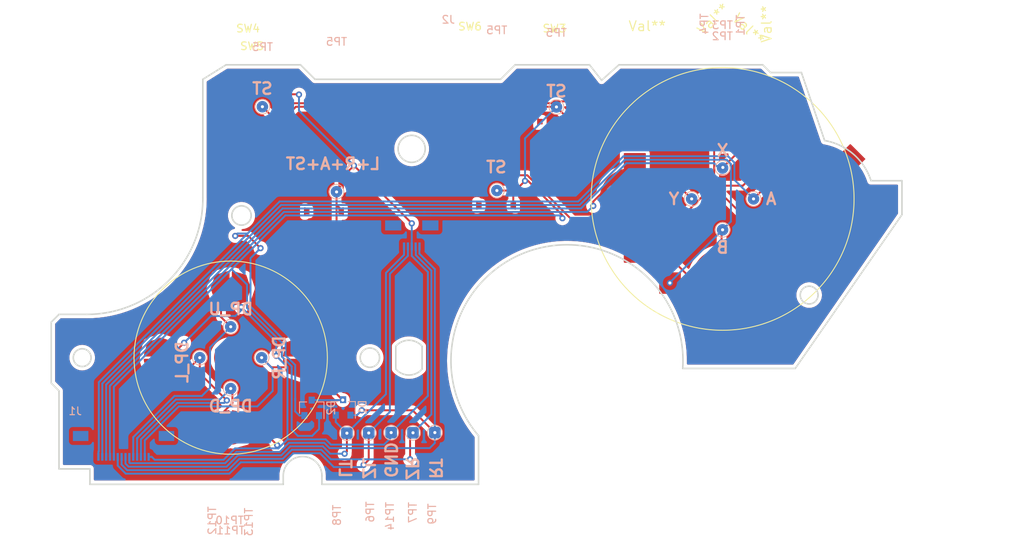
<source format=kicad_pcb>
(kicad_pcb (version 20211014) (generator pcbnew)
  (layers (0 "F.Cu" signal) (31 "B.Cu" signal) (34 "B.Paste" user) (35 "F.Paste" user) (36 "B.SilkS" user "B.Silkscreen") (37 "F.SilkS" user "F.Silkscreen") (38 "B.Mask" user) (39 "F.Mask" user) (44 "Edge.Cuts" user))
  (net 0 "")
  (net 1 "GND")
  (net 2 "BB_BTN_DP_R")
  (net 3 "BB_BTN_DP_L")
  (net 4 "BB_BTN_DP_D")
  (net 5 "BB_BTN_DP_U")
  (net 6 "BB_BTN_RT")
  (net 7 "BB_BTN_LT")
  (net 8 "BB_BTN_ZR")
  (net 9 "BB_BTN_ZL")
  (net 10 "BB_BTN_ST")
  (net 11 "BB_BTN_Y")
  (net 12 "BB_BTN_X")
  (net 13 "BB_BTN_B")
  (net 14 "BB_BTN_A")
  (net 15 "Net-(D1-Pad3)")
  (footprint "procon_gcc:procon_abxy" (layer "F.Cu") (at 166.00932 44.6659)
    (fp_text reference "SW1" hide)
    (fp_text value "procon_abxy" hide)
  )
  (footprint "procon_gcc:procon_dpad" (layer "F.Cu") (at 102.40518 65.21196)
    (fp_text reference "SW2" hide)
    (fp_text value "procon_dpad" hide)
  )
  (footprint "procon_gcc:TL3315NFxxxQ" (layer "F.Cu") (at 142.38486 31.16072)
    (fp_text reference "SW3")
    (fp_text value " TL3315NF100Q")
  )
  (footprint "procon_gcc:TL3315NFxxxQ" (layer "F.Cu") (at 112.234 42.804)
    (fp_text reference "SW4")
    (fp_text value " TL3315NF100Q")
  )
  (footprint "procon_gcc:TL3315NFxxxQ" (layer "F.Cu") (at 104.504 31.124)
    (fp_text reference "SW5")
    (fp_text value " TL3315NF100Q")
  )
  (footprint "procon_gcc:ABXY_Contact_Omron_Switch" (layer "F.Cu") (at 166.054 55.074 -90)
    (fp_text reference "Ref**" hide)
    (fp_text value "Val**")
  )
  (footprint "procon_gcc:ABXY_Contact_Omron_Switch" (layer "F.Cu") (at 166.054 34.304 45)
    (fp_text reference "Ref**" hide)
    (fp_text value "Val**")
  )
  (footprint "procon_gcc:ABXY_Contact_Omron_Switch" (layer "F.Cu") (at 154.134 44.684)
    (fp_text reference "Ref**" hide)
    (fp_text value "Val**")
  )
  (footprint "procon_gcc:TL3315NFxxxQ" (layer "F.Cu") (at 134.494 41.994)
    (fp_text reference "SW6")
    (fp_text value " TL3315NF100Q")
  )
  (footprint "procon_gcc:ABXY_Contact_Omron_Switch" (layer "F.Cu") (at 178.024 44.694 135)
    (fp_text reference "Ref**" hide)
    (fp_text value "Val**")
  )
  (footprint "TestPoint:TestPoint_Pad_D1.5mm" (layer "B.Cu") (at 162.00932 44.6659 90)
    (fp_text reference "TP4")
    (fp_text value "TestPoint")
  )
  (footprint "TestPoint:TestPoint_Pad_D1.5mm" (layer "B.Cu") (at 123.153 74.91)
    (fp_text reference "TP14")
    (fp_text value "TestPoint")
  )
  (footprint "TestPoint:TestPoint_Pad_D1.5mm" (layer "B.Cu") (at 117.428 74.985)
    (fp_text reference "TP8")
    (fp_text value "TestPoint")
  )
  (footprint "TestPoint:TestPoint_Pad_D1.5mm" (layer "B.Cu") (at 120.253 74.96)
    (fp_text reference "TP6")
    (fp_text value "TestPoint")
  )
  (footprint "TestPoint:TestPoint_Pad_D1.5mm" (layer "B.Cu") (at 125.978 74.935)
    (fp_text reference "TP7")
    (fp_text value "TestPoint")
  )
  (footprint "TestPoint:TestPoint_Pad_D1.5mm" (layer "B.Cu") (at 128.803 74.91)
    (fp_text reference "TP9")
    (fp_text value "TestPoint")
  )
  (footprint "TestPoint:TestPoint_Pad_D1.5mm" (layer "B.Cu") (at 166.00932 40.6659)
    (fp_text reference "TP3")
    (fp_text value "TestPoint")
  )
  (footprint "TestPoint:TestPoint_Pad_D1.5mm" (layer "B.Cu") (at 170.00932 44.6659 -90)
    (fp_text reference "TP1")
    (fp_text value "TestPoint")
  )
  (footprint "TestPoint:TestPoint_Pad_D1.5mm" (layer "B.Cu") (at 98.40518 65.21196 90)
    (fp_text reference "TP12")
    (fp_text value "TestPoint")
  )
  (footprint "TestPoint:TestPoint_Pad_D1.5mm" (layer "B.Cu") (at 106.40518 65.21196 -90)
    (fp_text reference "TP13")
    (fp_text value "TestPoint")
  )
  (footprint "TestPoint:TestPoint_Pad_D1.5mm" (layer "B.Cu") (at 102.40518 61.21196)
    (fp_text reference "TP10")
    (fp_text value "TestPoint")
  )
  (footprint "TestPoint:TestPoint_Pad_D1.5mm" (layer "B.Cu") (at 166.00932 48.6659 180)
    (fp_text reference "TP2")
    (fp_text value "TestPoint")
  )
  (footprint "procon_gcc:molex_5051100592_5P" (layer "B.Cu") (at 124.8189 50.8)
    (fp_text reference "J2")
    (fp_text value "bumpers")
  )
  (footprint "procon_gcc:molex_5051101492_14P" (layer "B.Cu") (at 85.3 78.05)
    (fp_text reference "J1")
    (fp_text value "Button Board")
  )
  (footprint "TestPoint:TestPoint_Pad_D1.5mm" (layer "B.Cu") (at 144.526 32.766)
    (fp_text reference "TP5")
    (fp_text value "TestPoint")
  )
  (footprint "TestPoint:TestPoint_Pad_D1.5mm" (layer "B.Cu") (at 102.40518 69.21196 180)
    (fp_text reference "TP11")
    (fp_text value "TestPoint")
  )
  (footprint "TestPoint:TestPoint_Pad_D1.5mm" (layer "B.Cu") (at 136.824 43.584)
    (fp_text reference "TP5")
    (fp_text value "TestPoint")
  )
  (footprint "TestPoint:TestPoint_Pad_D1.5mm" (layer "B.Cu") (at 116.084 43.734)
    (fp_text reference "TP5")
    (fp_text value "TestPoint")
  )
  (footprint "Package_TO_SOT_SMD:SOT-23" (layer "B.Cu") (at 116.944 71.654 90)
    (fp_text reference "D1")
    (fp_text value "BAV70")
  )
  (footprint "Package_TO_SOT_SMD:SOT-23" (layer "B.Cu") (at 112.884 71.704 90)
    (fp_text reference "D2")
    (fp_text value "BAV70")
  )
  (footprint "TestPoint:TestPoint_Pad_D1.5mm" (layer "B.Cu") (at 106.504 32.734)
    (fp_text reference "TP5")
    (fp_text value "TestPoint")
  )
  (gr_line (start 101.80328 27.312388) (end 98.80328 29.187081) (layer "Edge.Cuts") (width 0.2))
  (gr_line (start 148.803279 27.312388) (end 139.177971 27.312388) (layer "Edge.Cuts") (width 0.2))
  (gr_line (start 134.453278 81.612388) (end 134.453278 75.312388) (layer "Edge.Cuts") (width 0.2))
  (gr_line (start 189.203279 42.312388) (end 189.203279 46.712388) (layer "Edge.Cuts") (width 0.2))
  (gr_line (start 111.428589 27.312389) (end 101.80328 27.312388) (layer "Edge.Cuts") (width 0.2))
  (gr_line (start 123.753279 66.686329) (end 123.753279 63.738448) (layer "Edge.Cuts") (width 0.2))
  (gr_line (start 109.20328 81.612388) (end 84.20328 81.612388) (layer "Edge.Cuts") (width 0.2))
  (gr_circle (center 177.203279 57.112388) (end 177.203279 58.262388) (layer "Edge.Cuts") (width 0.2) (fill none))
  (gr_line (start 80.20328 79.612388) (end 80.203281 69.512388) (layer "Edge.Cuts") (width 0.2))
  (gr_line (start 114.203279 80.512388) (end 114.203279 81.612388) (layer "Edge.Cuts") (width 0.2))
  (gr_line (start 109.203279 80.512391) (end 109.20328 81.612388) (layer "Edge.Cuts") (width 0.2))
  (gr_line (start 175.403279 66.612387) (end 160.853279 66.612387) (layer "Edge.Cuts") (width 0.2))
  (gr_arc (start 109.203279 80.51239) (mid 111.703278 78.012388) (end 114.203279 80.512388) (layer "Edge.Cuts") (width 0.2))
  (gr_line (start 80.203281 59.612387) (end 83.803279 59.612387) (layer "Edge.Cuts") (width 0.2))
  (gr_line (start 189.203279 46.712388) (end 175.403279 66.612387) (layer "Edge.Cuts") (width 0.2))
  (gr_line (start 127.153278 63.738448) (end 127.153277 66.686329) (layer "Edge.Cuts") (width 0.2))
  (gr_arc (start 179.203279 37.112388) (mid 182.928217 38.875921) (end 185.203279 42.312388) (layer "Edge.Cuts") (width 0.2))
  (gr_arc (start 127.153278 66.686328) (mid 125.453279 67.462388) (end 123.753279 66.686329) (layer "Edge.Cuts") (width 0.2))
  (gr_line (start 98.80328 29.187081) (end 98.80328 44.612388) (layer "Edge.Cuts") (width 0.2))
  (gr_line (start 79.20328 68.512387) (end 79.203279 60.612388) (layer "Edge.Cuts") (width 0.2))
  (gr_line (start 185.203279 42.312388) (end 189.203279 42.312388) (layer "Edge.Cuts") (width 0.2))
  (gr_circle (center 120.40328 65.212387) (end 120.40328 66.462387) (layer "Edge.Cuts") (width 0.2) (fill none))
  (gr_line (start 148.803279 27.312388) (end 150.367211 29.312388) (layer "Edge.Cuts") (width 0.2))
  (gr_circle (center 103.80328 46.812389) (end 103.80328 48.062389) (layer "Edge.Cuts") (width 0.2) (fill none))
  (gr_line (start 150.367211 29.312388) (end 152.603279 27.312388) (layer "Edge.Cuts") (width 0.2))
  (gr_line (start 79.203279 60.612388) (end 80.203281 59.612387) (layer "Edge.Cuts") (width 0.2))
  (gr_line (start 139.177971 27.312388) (end 137.303279 29.18708) (layer "Edge.Cuts") (width 0.2))
  (gr_arc (start 123.753278 63.738448) (mid 125.453278 62.962388) (end 127.153278 63.738448) (layer "Edge.Cuts") (width 0.2))
  (gr_line (start 176.203279 28.312388) (end 179.203279 37.112388) (layer "Edge.Cuts") (width 0.2))
  (gr_line (start 84.20328 79.612388) (end 84.20328 81.612388) (layer "Edge.Cuts") (width 0.2))
  (gr_line (start 134.453278 81.612388) (end 114.203279 81.612388) (layer "Edge.Cuts") (width 0.2))
  (gr_arc (start 98.803279 44.612388) (mid 94.40988 55.218989) (end 83.803279 59.612387) (layer "Edge.Cuts") (width 0.2))
  (gr_line (start 113.30328 29.187081) (end 111.428589 27.312389) (layer "Edge.Cuts") (width 0.2))
  (gr_line (start 84.20328 79.612388) (end 80.20328 79.612388) (layer "Edge.Cuts") (width 0.2))
  (gr_line (start 171.203279 27.312388) (end 172.203279 28.312388) (layer "Edge.Cuts") (width 0.2))
  (gr_line (start 137.303279 29.18708) (end 113.30328 29.187081) (layer "Edge.Cuts") (width 0.2))
  (gr_line (start 172.203279 28.312388) (end 176.203279 28.312388) (layer "Edge.Cuts") (width 0.2))
  (gr_circle (center 83.20328 65.212387) (end 83.20328 66.362387) (layer "Edge.Cuts") (width 0.2) (fill none))
  (gr_line (start 171.203279 27.312388) (end 152.603279 27.312388) (layer "Edge.Cuts") (width 0.2))
  (gr_line (start 80.203281 69.512388) (end 79.20328 68.512387) (layer "Edge.Cuts") (width 0.2))
  (gr_circle (center 125.803279 38.187081) (end 125.803279 39.937081) (layer "Edge.Cuts") (width 0.2) (fill none))
  (gr_arc (start 134.453277 75.312389) (mid 141.19243 51.357058) (end 160.853279 66.612387) (layer "Edge.Cuts") (width 0.2))
  (gr_text "ZL" (at 120.238 79.574 270) (layer "B.SilkS") (effects (font (size 1.5 1.5) (thickness 0.3)) (justify mirror)))
  (gr_text "GND" (at 123.084 78.454 270) (layer "B.SilkS") (effects (font (size 1.5 1.5) (thickness 0.3)) (justify mirror)))
  (gr_text "ZR" (at 125.826 79.574 270) (layer "B.SilkS") (effects (font (size 1.5 1.5) (thickness 0.3)) (justify mirror)))
  (gr_text "RT" (at 128.874 79.574 270) (layer "B.SilkS") (effects (font (size 1.5 1.5) (thickness 0.3)) (justify mirror)))
  (gr_text "LT" (at 117.19 79.574 270) (layer "B.SilkS") (effects (font (size 1.5 1.5) (thickness 0.3)) (justify mirror)))
  (gr_text "DP_D" (at 102.40518 71.49592) (layer "B.SilkS") (effects (font (size 1.5 1.5) (thickness 0.3)) (justify mirror)))
  (gr_text "DP_L" (at 96.12122 65.786 90) (layer "B.SilkS") (effects (font (size 1.5 1.5) (thickness 0.3)) (justify mirror)))
  (gr_text "DP_R" (at 108.68914 65.21196 90) (layer "B.SilkS") (effects (font (size 1.5 1.5) (thickness 0.3)) (justify mirror)))
  (gr_text "ST" (at 144.526 30.734) (layer "B.SilkS") (effects (font (size 1.5 1.5) (thickness 0.3)) (justify mirror)))
  (gr_text "Y" (at 159.72536 44.6659) (layer "B.SilkS") (effects (font (size 1.5 1.5) (thickness 0.3)) (justify mirror)))
  (gr_text "X" (at 166.00932 38.38194) (layer "B.SilkS") (effects (font (size 1.5 1.5) (thickness 0.3)) (justify mirror)))
  (gr_text "A" (at 172.29328 44.6659) (layer "B.SilkS") (effects (font (size 1.5 1.5) (thickness 0.3)) (justify mirror)))
  (gr_text "B" (at 166.00932 50.94986) (layer "B.SilkS") (effects (font (size 1.5 1.5) (thickness 0.3)) (justify mirror)))
  (gr_text "DP_U" (at 102.40518 58.928) (layer "B.SilkS") (effects (font (size 1.5 1.5) (thickness 0.3)) (justify mirror)))
  (gr_text "ST" (at 106.504 30.394) (layer "B.SilkS") (effects (font (size 1.5 1.5) (thickness 0.3)) (justify mirror)))
  (gr_text "ST" (at 136.754 40.554) (layer "B.SilkS") (effects (font (size 1.5 1.5) (thickness 0.3)) (justify mirror)))
  (gr_text "L+R+A+ST" (at 115.634 40.124) (layer "B.SilkS") (effects (font (size 1.5 1.5) (thickness 0.3)) (justify mirror)))
  (segment (start 141.23107 42.07693) (end 146.62004 47.4659) (width 0.25) (layer "F.Cu") (net 1))
  (segment (start 169.3259 47.4859) (end 164.794111 42.954111) (width 0.25) (layer "F.Cu") (net 1))
  (segment (start 103.65518 74.24196) (end 106.12196 74.24196) (width 0.25) (layer "F.Cu") (net 1))
  (segment (start 116.684 42.014) (end 118.344 40.354) (width 0.25) (layer "F.Cu") (net 1))
  (segment (start 110.11599 32.28599) (end 114.90201 32.28599) (width 0.25) (layer "F.Cu") (net 1))
  (segment (start 103.65518 56.24196) (end 103.65518 58.55518) (width 0.25) (layer "F.Cu") (net 1))
  (segment (start 169.114 42.474) (end 168.994 42.594) (width 0.25) (layer "F.Cu") (net 1))
  (segment (start 108.954 31.124) (end 110.11599 32.28599) (width 0.25) (layer "F.Cu") (net 1))
  (segment (start 111.194 31.124) (end 111.234 31.164) (width 0.25) (layer "F.Cu") (net 1))
  (segment (start 109.29604 63.96196) (end 108.284 64.974) (width 0.25) (layer "F.Cu") (net 1))
  (segment (start 154.05932 47.4659) (end 160.282322 47.4659) (width 0.25) (layer "F.Cu") (net 1))
  (segment (start 154.694 48.234) (end 155.184 48.234) (width 0.25) (layer "F.Cu") (net 1))
  (segment (start 95.70604 63.96196) (end 96.384 63.284) (width 0.25) (layer "F.Cu") (net 1))
  (segment (start 125.8189 47.8289) (end 120.824 42.834) (width 0.25) (layer "F.Cu") (net 1))
  (segment (start 144.201 32.041) (end 145.95458 32.041) (width 0.25) (layer "F.Cu") (net 1))
  (segment (start 114.90201 32.28599) (end 114.02599 32.28599) (width 0.25) (layer "F.Cu") (net 1))
  (segment (start 145.95458 32.041) (end 146.83486 31.16072) (width 0.25) (layer "F.Cu") (net 1))
  (segment (start 106.12196 74.24196) (end 108.414 76.534) (width 0.25) (layer "F.Cu") (net 1))
  (segment (start 93.39018 63.96196) (end 95.70604 63.96196) (width 0.25) (layer "F.Cu") (net 1))
  (segment (start 164.794111 42.954111) (end 168.633889 42.954111) (width 0.25) (layer "F.Cu") (net 1))
  (segment (start 164.794111 42.954111) (end 164.921623 42.826599) (width 0.25) (layer "F.Cu") (net 1))
  (segment (start 146.83486 31.18314) (end 146.834 31.184) (width 0.25) (layer "F.Cu") (net 1))
  (segment (start 160.282322 47.4659) (end 164.794111 42.954111) (width 0.25) (layer "F.Cu") (net 1))
  (segment (start 108.954 31.124) (end 111.194 31.124) (width 0.25) (layer "F.Cu") (net 1))
  (segment (start 139.086 32.286) (end 143.980695 32.286) (width 0.25) (layer "F.Cu") (net 1))
  (segment (start 103.65518 58.55518) (end 103.764 58.664) (width 0.25) (layer "F.Cu") (net 1))
  (segment (start 139.328418 41.609582) (end 140.763722 41.609582) (width 0.25) (layer "F.Cu") (net 1))
  (segment (start 146.83486 31.16072) (end 146.83486 31.18314) (width 0.25) (layer "F.Cu") (net 1))
  (segment (start 120.824 42.834) (end 118.344 40.354) (width 0.25) (layer "F.Cu") (net 1))
  (segment (start 155.884 50.484) (end 154.844 51.524) (width 0.25) (layer "F.Cu") (net 1))
  (segment (start 172.594 38.994) (end 169.114 42.474) (width 0.25) (layer "F.Cu") (net 1))
  (segment (start 103.65518 74.24196) (end 103.65518 74.31518) (width 0.25) (layer "F.Cu") (net 1))
  (segment (start 163.237671 57.8559) (end 165.95932 57.8559) (width 0.25) (layer "F.Cu") (net 1))
  (segment (start 165.98932 37.0759) (end 152.75004 37.0759) (width 0.25) (layer "F.Cu") (net 1))
  (segment (start 103.65518 56.24196) (end 103.65518 56.25518) (width 0.25) (layer "F.Cu") (net 1))
  (segment (start 168.866536 57.8559) (end 177.87932 48.843116) (width 0.25) (layer "F.Cu") (net 1))
  (segment (start 165.95932 57.8559) (end 168.866536 57.8559) (width 0.25) (layer "F.Cu") (net 1))
  (segment (start 111.39018 63.96196) (end 109.29604 63.96196) (width 0.25) (layer "F.Cu") (net 1))
  (segment (start 103.65518 56.25518) (end 103.764 56.364) (width 0.25) (layer "F.Cu") (net 1))
  (segment (start 152.75004 37.0759) (end 146.83486 31.16072) (width 0.25) (layer "F.Cu") (net 1))
  (segment (start 119.904 41.914) (end 120.824 42.834) (width 0.25) (layer "F.Cu") (net 1))
  (segment (start 146.62004 47.4659) (end 154.05932 47.4659) (width 0.25) (layer "F.Cu") (net 1))
  (segment (start 116.684 42.804) (end 116.684 42.014) (width 0.25) (layer "F.Cu") (net 1))
  (segment (start 155.184 48.234) (end 161.384 54.434) (width 0.25) (layer "F.Cu") (net 1))
  (segment (start 103.65518 74.31518) (end 103.674 74.334) (width 0.25) (layer "F.Cu") (net 1))
  (segment (start 165.994 59.599) (end 163.349 59.599) (width 0.25) (layer "F.Cu") (net 1))
  (segment (start 164.921623 42.826599) (end 164.921623 38.143597) (width 0.25) (layer "F.Cu") (net 1))
  (segment (start 168.633889 42.954111) (end 169.114 42.474) (width 0.25) (layer "F.Cu") (net 1))
  (segment (start 144.201 32.065695) (end 144.201 32.041) (width 0.25) (layer "F.Cu") (net 1))
  (segment (start 155.884 48.864) (end 155.884 50.484) (width 0.25) (layer "F.Cu") (net 1))
  (segment (start 161.384 54.434) (end 161.384 56.00294) (width 0.25) (layer "F.Cu") (net 1))
  (segment (start 143.980695 32.286) (end 144.201 32.065695) (width 0.25) (layer "F.Cu") (net 1))
  (segment (start 165.994 58.209) (end 165.994 59.599) (width 0.25) (layer "F.Cu") (net 1))
  (segment (start 140.763722 41.609582) (end 141.23107 42.07693) (width 0.25) (layer "F.Cu") (net 1))
  (segment (start 138.944 41.994) (end 139.328418 41.609582) (width 0.25) (layer "F.Cu") (net 1))
  (segment (start 164.921623 38.143597) (end 165.98932 37.0759) (width 0.25) (layer "F.Cu") (net 1))
  (segment (start 177.87932 48.843116) (end 177.87932 47.4859) (width 0.25) (layer "F.Cu") (net 1))
  (segment (start 139.08599 32.28599) (end 139.086 32.286) (width 0.25) (layer "F.Cu") (net 1))
  (segment (start 177.87932 47.4859) (end 169.3259 47.4859) (width 0.25) (layer "F.Cu") (net 1))
  (segment (start 139.08599 32.28599) (end 114.90201 32.28599) (width 0.25) (layer "F.Cu") (net 1))
  (segment (start 163.349 59.599) (end 161.384 57.634) (width 0.25) (layer "F.Cu") (net 1))
  (segment (start 161.384 57.634) (end 161.384 54.434) (width 0.25) (layer "F.Cu") (net 1))
  (via (at 103.764 58.664) (size 0.8) (drill 0.4) (layers "F.Cu" "B.Cu") (net 1))
  (via (at 125.8189 47.8289) (size 0.8) (drill 0.4) (layers "F.Cu" "B.Cu") (net 1))
  (via (at 96.384 63.284) (size 0.8) (drill 0.4) (layers "F.Cu" "B.Cu") (net 1))
  (via (at 118.344 40.354) (size 0.8) (drill 0.4) (layers "F.Cu" "B.Cu") (net 1))
  (via (at 123.153 74.91) (size 0.8) (drill 0.4) (layers "F.Cu" "B.Cu") (net 1))
  (via (at 108.414 76.534) (size 0.8) (drill 0.4) (layers "F.Cu" "B.Cu") (net 1))
  (via (at 108.284 64.974) (size 0.8) (drill 0.4) (layers "F.Cu" "B.Cu") (net 1))
  (via (at 111.234 31.164) (size 0.8) (drill 0.4) (layers "F.Cu" "B.Cu") (net 1))
  (segment (start 108.414 76.534) (end 108.5738 76.6938) (width 0.25) (layer "B.Cu") (net 1))
  (segment (start 102.869 77.049) (end 102.96182 76.95618) (width 0.25) (layer "B.Cu") (net 1))
  (segment (start 108.5738 76.6938) (end 108.5738 76.95618) (width 0.25) (layer "B.Cu") (net 1))
  (segment (start 100.214 59.824) (end 101.034 59.824) (width 0.25) (layer "B.Cu") (net 1))
  (segment (start 107.30618 76.95618) (end 108.5738 76.95618) (width 0.25) (layer "B.Cu") (net 1))
  (segment (start 101.034 59.824) (end 101.564 59.824) (width 0.25) (layer "B.Cu") (net 1))
  (segment (start 102.96182 76.95618) (end 107.30618 76.95618) (width 0.25) (layer "B.Cu") (net 1))
  (segment (start 111.234 33.244) (end 111.234 31.164) (width 0.25) (layer "B.Cu") (net 1))
  (segment (start 103.764 58.664) (end 103.764 59.074) (width 0.25) (layer "B.Cu") (net 1))
  (segment (start 108.284 64.974) (end 108.284 63.184) (width 0.25) (layer "B.Cu") (net 1))
  (segment (start 103.014 59.824) (end 101.034 59.824) (width 0.25) (layer "B.Cu") (net 1))
  (segment (start 125.8189 50.8) (end 125.8189 47.8289) (width 0.25) (layer "B.Cu") (net 1))
  (segment (start 101.493009 78.424991) (end 102.869 77.049) (width 0.25) (layer "B.Cu") (net 1))
  (segment (start 127.90298 70.16002) (end 127.90298 54.12939) (width 0.25) (layer "B.Cu") (net 1))
  (segment (start 127.90298 54.12939) (end 125.8189 52.04531) (width 0.25) (layer "B.Cu") (net 1))
  (segment (start 114.693476 75.787836) (end 115.374628 76.468988) (width 0.25) (layer "B.Cu") (net 1))
  (segment (start 118.344 40.354) (end 111.234 33.244) (width 0.25) (layer "B.Cu") (net 1))
  (segment (start 115.374628 76.468988) (end 122.229012 76.468988) (width 0.25) (layer "B.Cu") (net 1))
  (segment (start 92.574991 78.424991) (end 101.493009 78.424991) (width 0.25) (layer "B.Cu") (net 1))
  (segment (start 109.742149 75.787835) (end 114.693476 75.787836) (width 0.25) (layer "B.Cu") (net 1))
  (segment (start 108.284 63.184) (end 103.764 58.664) (width 0.25) (layer "B.Cu") (net 1))
  (segment (start 96.384 63.284) (end 99.844 59.824) (width 0.25) (layer "B.Cu") (net 1))
  (segment (start 91.8 78.05) (end 92.2 78.05) (width 0.25) (layer "B.Cu") (net 1))
  (segment (start 108.5738 76.95618) (end 109.742149 75.787835) (width 0.25) (layer "B.Cu") (net 1))
  (segment (start 123.153 75.545) (end 123.153 74.91) (width 0.25) (layer "B.Cu") (net 1))
  (segment (start 103.764 59.074) (end 103.014 59.824) (width 0.25) (layer "B.Cu") (net 1))
  (segment (start 122.229012 76.468988) (end 123.153 75.545) (width 0.25) (layer "B.Cu") (net 1))
  (segment (start 109.742149 66.432149) (end 108.284 64.974) (width 0.25) (layer "B.Cu") (net 1))
  (segment (start 123.153 74.91) (end 127.90298 70.16002) (width 0.25) (layer "B.Cu") (net 1))
  (segment (start 92.2 78.05) (end 92.574991 78.424991) (width 0.25) (layer "B.Cu") (net 1))
  (segment (start 99.844 59.824) (end 100.214 59.824) (width 0.25) (layer "B.Cu") (net 1))
  (segment (start 109.742149 75.787835) (end 109.742149 66.432149) (width 0.25) (layer "B.Cu") (net 1))
  (segment (start 125.8189 52.04531) (end 125.8189 50.8) (width 0.25) (layer "B.Cu") (net 1))
  (segment (start 107.65518 66.46196) (end 106.40518 65.21196) (width 0.25) (layer "F.Cu") (net 2))
  (segment (start 111.38018 66.46196) (end 107.65518 66.46196) (width 0.25) (layer "F.Cu") (net 2))
  (via (at 106.40518 65.21196) (size 0.8) (drill 0.4) (layers "F.Cu" "B.Cu") (net 2))
  (segment (start 107.83399 69.52401) (end 107.83399 66.64077) (width 0.25) (layer "B.Cu") (net 2))
  (segment (start 91.3 75.914998) (end 95.692499 71.522499) (width 0.25) (layer "B.Cu") (net 2))
  (segment (start 91.3 78.05) (end 91.3 75.914998) (width 0.25) (layer "B.Cu") (net 2))
  (segment (start 105.849091 71.522499) (end 107.094 70.27759) (width 0.25) (layer "B.Cu") (net 2))
  (segment (start 95.692499 71.522499) (end 105.849091 71.522499) (width 0.25) (layer "B.Cu") (net 2))
  (segment (start 107.83399 66.64077) (end 106.40518 65.21196) (width 0.25) (layer "B.Cu") (net 2))
  (segment (start 107.094 70.27759) (end 107.094 70.264) (width 0.25) (layer "B.Cu") (net 2))
  (segment (start 107.094 70.264) (end 107.83399 69.52401) (width 0.25) (layer "B.Cu") (net 2))
  (segment (start 98.40518 67.24518) (end 98.40518 65.21196) (width 0.25) (layer "F.Cu") (net 3))
  (segment (start 101.901223 70.741223) (end 98.40518 67.24518) (width 0.25) (layer "F.Cu") (net 3))
  (segment (start 93.38018 66.46196) (end 97.15518 66.46196) (width 0.25) (layer "F.Cu") (net 3))
  (segment (start 97.15518 66.46196) (end 98.40518 65.21196) (width 0.25) (layer "F.Cu") (net 3))
  (via (at 98.40518 65.21196) (size 0.8) (drill 0.4) (layers "F.Cu" "B.Cu") (net 3))
  (via (at 101.901223 70.741223) (size 0.8) (drill 0.4) (layers "F.Cu" "B.Cu") (net 3))
  (segment (start 90.8 75.778588) (end 95.506099 71.072489) (width 0.25) (layer "B.Cu") (net 3))
  (segment (start 101.569957 71.072489) (end 101.901223 70.741223) (width 0.25) (layer "B.Cu") (net 3))
  (segment (start 100.025511 71.072489) (end 101.569957 71.072489) (width 0.25) (layer "B.Cu") (net 3))
  (segment (start 95.506099 71.072489) (end 100.025511 71.072489) (width 0.25) (layer "B.Cu") (net 3))
  (segment (start 90.8 78.05) (end 90.8 75.778588) (width 0.25) (layer "B.Cu") (net 3))
  (segment (start 102.626224 69.433004) (end 102.40518 69.21196) (width 0.25) (layer "F.Cu") (net 4))
  (segment (start 101.15518 74.23196) (end 101.15518 72.560268) (width 0.25) (layer "F.Cu") (net 4))
  (segment (start 101.15518 72.560268) (end 102.626224 71.089224) (width 0.25) (layer "F.Cu") (net 4))
  (segment (start 102.626224 71.089224) (end 102.626224 69.433004) (width 0.25) (layer "F.Cu") (net 4))
  (via (at 102.40518 69.21196) (size 0.8) (drill 0.4) (layers "F.Cu" "B.Cu") (net 4))
  (segment (start 90.349991 75.592187) (end 95.319699 70.622479) (width 0.25) (layer "B.Cu") (net 4))
  (segment (start 100.994661 70.622479) (end 102.40518 69.21196) (width 0.25) (layer "B.Cu") (net 4))
  (segment (start 90.34999 75.642178) (end 90.349991 75.592187) (width 0.25) (layer "B.Cu") (net 4))
  (segment (start 90.3 75.642178) (end 90.34999 75.642178) (width 0.25) (layer "B.Cu") (net 4))
  (segment (start 90.3 78.05) (end 90.3 75.642178) (width 0.25) (layer "B.Cu") (net 4))
  (segment (start 95.319699 70.622479) (end 100.994661 70.622479) (width 0.25) (layer "B.Cu") (net 4))
  (segment (start 101.15518 59.96196) (end 102.40518 61.21196) (width 0.25) (layer "F.Cu") (net 5))
  (segment (start 101.15518 56.23196) (end 101.15518 59.96196) (width 0.25) (layer "F.Cu") (net 5))
  (via (at 102.40518 61.21196) (size 0.8) (drill 0.4) (layers "F.Cu" "B.Cu") (net 5))
  (segment (start 89.8 78.05) (end 89.8 75.505768) (width 0.25) (layer "B.Cu") (net 5))
  (segment (start 89.8 75.505768) (end 95.133299 70.172469) (width 0.25) (layer "B.Cu") (net 5))
  (segment (start 99.734 63.88314) (end 102.40518 61.21196) (width 0.25) (layer "B.Cu") (net 5))
  (segment (start 98.675531 70.172469) (end 99.734 69.114) (width 0.25) (layer "B.Cu") (net 5))
  (segment (start 99.734 69.114) (end 99.734 63.88314) (width 0.25) (layer "B.Cu") (net 5))
  (segment (start 95.133299 70.172469) (end 98.675531 70.172469) (width 0.25) (layer "B.Cu") (net 5))
  (segment (start 125.917 72.024) (end 119.364 72.024) (width 0.25) (layer "F.Cu") (net 6))
  (segment (start 128.803 74.91) (end 125.917 72.024) (width 0.25) (layer "F.Cu") (net 6))
  (via (at 119.364 72.024) (size 0.8) (drill 0.4) (layers "F.Cu" "B.Cu") (net 6))
  (via (at 128.803 74.91) (size 0.8) (drill 0.4) (layers "F.Cu" "B.Cu") (net 6))
  (segment (start 119.364 72.024) (end 118.734 72.654) (width 0.25) (layer "B.Cu") (net 6))
  (segment (start 126.804 50.994) (end 126.804 51.75759) (width 0.25) (layer "B.Cu") (net 6))
  (segment (start 114.507075 76.237845) (end 115.188228 76.918998) (width 0.25) (layer "B.Cu") (net 6))
  (segment (start 128.803 53.75659) (end 128.803 53.955) (width 0.25) (layer "B.Cu") (net 6))
  (segment (start 115.188228 76.918998) (end 128.139002 76.918998) (width 0.25) (layer "B.Cu") (net 6))
  (segment (start 128.139002 76.918998) (end 128.803 76.255) (width 0.25) (layer "B.Cu") (net 6))
  (segment (start 126.8189 50.9791) (end 126.804 50.994) (width 0.25) (layer "B.Cu") (net 6))
  (segment (start 89.389999 78.875001) (end 101.679409 78.875001) (width 0.25) (layer "B.Cu") (net 6))
  (segment (start 89.3 78.785002) (end 89.389999 78.875001) (width 0.25) (layer "B.Cu") (net 6))
  (segment (start 126.8189 50.8) (end 126.8189 50.9791) (width 0.25) (layer "B.Cu") (net 6))
  (segment (start 117.894 72.654) (end 117.894 72.674) (width 0.25) (layer "B.Cu") (net 6))
  (segment (start 89.3 78.05) (end 89.3 78.785002) (width 0.25) (layer "B.Cu") (net 6))
  (segment (start 109.928548 76.237844) (end 114.507075 76.237845) (width 0.25) (layer "B.Cu") (net 6))
  (segment (start 118.734 72.654) (end 117.894 72.654) (width 0.25) (layer "B.Cu") (net 6))
  (segment (start 101.679409 78.875001) (end 103.14822 77.40619) (width 0.25) (layer "B.Cu") (net 6))
  (segment (start 117.894 72.674) (end 117.864 72.704) (width 0.25) (layer "B.Cu") (net 6))
  (segment (start 126.804 51.75759) (end 128.803 53.75659) (width 0.25) (layer "B.Cu") (net 6))
  (segment (start 128.803 74.91) (end 128.803 53.955) (width 0.25) (layer "B.Cu") (net 6))
  (segment (start 128.803 76.255) (end 128.803 74.91) (width 0.25) (layer "B.Cu") (net 6))
  (segment (start 108.760199 77.40619) (end 109.928548 76.237844) (width 0.25) (layer "B.Cu") (net 6))
  (segment (start 103.14822 77.40619) (end 108.760199 77.40619) (width 0.25) (layer "B.Cu") (net 6))
  (segment (start 117.134 77.643999) (end 117.428 77.349999) (width 0.25) (layer "F.Cu") (net 7))
  (segment (start 117.428 77.349999) (end 117.428 74.985) (width 0.25) (layer "F.Cu") (net 7))
  (via (at 117.428 74.985) (size 0.8) (drill 0.4) (layers "F.Cu" "B.Cu") (net 7))
  (via (at 117.134 77.643999) (size 0.8) (drill 0.4) (layers "F.Cu" "B.Cu") (net 7))
  (segment (start 114.320674 76.687854) (end 115.276819 77.643999) (width 0.25) (layer "B.Cu") (net 7))
  (segment (start 122.4815 54.2365) (end 124.8189 51.8991) (width 0.25) (layer "B.Cu") (net 7))
  (segment (start 124.8189 51.8991) (end 124.8189 50.8) (width 0.25) (layer "B.Cu") (net 7))
  (segment (start 101.86581 79.32501) (end 103.33462 77.8562) (width 0.25) (layer "B.Cu") (net 7))
  (segment (start 115.994 72.654) (end 115.994 72.664) (width 0.25) (layer "B.Cu") (net 7))
  (segment (start 103.33462 77.8562) (end 108.946598 77.8562) (width 0.25) (layer "B.Cu") (net 7))
  (segment (start 115.276819 77.643999) (end 117.134 77.643999) (width 0.25) (layer "B.Cu") (net 7))
  (segment (start 89.203599 79.325011) (end 101.86581 79.32501) (width 0.25) (layer "B.Cu") (net 7))
  (segment (start 88.8 78.05) (end 88.8 78.921412) (width 0.25) (layer "B.Cu") (net 7))
  (segment (start 88.8 78.921412) (end 89.203599 79.325011) (width 0.25) (layer "B.Cu") (net 7))
  (segment (start 122.4815 69.9315) (end 122.4815 54.2365) (width 0.25) (layer "B.Cu") (net 7))
  (segment (start 115.994 72.664) (end 115.974 72.684) (width 0.25) (layer "B.Cu") (net 7))
  (segment (start 108.946598 77.8562) (end 110.114947 76.687853) (width 0.25) (layer "B.Cu") (net 7))
  (segment (start 117.428 74.985) (end 122.4815 69.9315) (width 0.25) (layer "B.Cu") (net 7))
  (segment (start 115.994 73.551) (end 115.994 72.654) (width 0.25) (layer "B.Cu") (net 7))
  (segment (start 110.114947 76.687853) (end 114.320674 76.687854) (width 0.25) (layer "B.Cu") (net 7))
  (segment (start 117.428 74.985) (end 115.994 73.551) (width 0.25) (layer "B.Cu") (net 7))
  (segment (start 125.604 78.364) (end 125.604 75.309) (width 0.25) (layer "F.Cu") (net 8))
  (segment (start 125.604 75.309) (end 125.978 74.935) (width 0.25) (layer "F.Cu") (net 8))
  (via (at 125.978 74.935) (size 0.8) (drill 0.4) (layers "F.Cu" "B.Cu") (net 8))
  (via (at 125.604 78.364) (size 0.8) (drill 0.4) (layers "F.Cu" "B.Cu") (net 8))
  (segment (start 127.939 72.969) (end 128.35299 72.55501) (width 0.25) (layer "B.Cu") (net 8))
  (segment (start 126.3189 51.3189) (end 126.343899 51.343899) (width 0.25) (layer "B.Cu") (net 8))
  (segment (start 110.301346 77.137862) (end 114.134273 77.137863) (width 0.25) (layer "B.Cu") (net 8))
  (segment (start 126.343899 51.343899) (end 126.343899 51.933899) (width 0.25) (layer "B.Cu") (net 8))
  (segment (start 126.3189 50.8) (end 126.3189 51.3189) (width 0.25) (layer "B.Cu") (net 8))
  (segment (start 88.3 78.05) (end 88.3 79.057822) (width 0.25) (layer "B.Cu") (net 8))
  (segment (start 125.978 74.935) (end 127.939 72.974) (width 0.25) (layer "B.Cu") (net 8))
  (segment (start 98.832979 79.775021) (end 99.154 79.775021) (width 0.25) (layer "B.Cu") (net 8))
  (segment (start 128.35299 72.55501) (end 128.35299 53.94299) (width 0.25) (layer "B.Cu") (net 8))
  (segment (start 109.132998 78.30621) (end 110.301346 77.137862) (width 0.25) (layer "B.Cu") (net 8))
  (segment (start 114.134273 77.137863) (end 115.365409 78.368999) (width 0.25) (layer "B.Cu") (net 8))
  (segment (start 124.358999 78.368999) (end 124.363998 78.364) (width 0.25) (layer "B.Cu") (net 8))
  (segment (start 115.365409 78.368999) (end 124.358999 78.368999) (width 0.25) (layer "B.Cu") (net 8))
  (segment (start 103.52102 78.30621) (end 109.132998 78.30621) (width 0.25) (layer "B.Cu") (net 8))
  (segment (start 88.3 79.057822) (end 89.017199 79.775021) (width 0.25) (layer "B.Cu") (net 8))
  (segment (start 126.343899 51.933899) (end 128.35299 53.94299) (width 0.25) (layer "B.Cu") (net 8))
  (segment (start 127.939 72.974) (end 127.939 72.969) (width 0.25) (layer "B.Cu") (net 8))
  (segment (start 124.363998 78.364) (end 125.604 78.364) (width 0.25) (layer "B.Cu") (net 8))
  (segment (start 98.832979 79.775021) (end 102.052209 79.775021) (width 0.25) (layer "B.Cu") (net 8))
  (segment (start 103.318615 78.508615) (end 103.52102 78.30621) (width 0.25) (layer "B.Cu") (net 8))
  (segment (start 102.052209 79.775021) (end 103.318615 78.508615) (width 0.25) (layer "B.Cu") (net 8))
  (segment (start 89.017199 79.775021) (end 98.832979 79.775021) (width 0.25) (layer "B.Cu") (net 8))
  (segment (start 119.594 79.094) (end 120.253 78.435) (width 0.25) (layer "F.Cu") (net 9))
  (segment (start 120.253 78.435) (end 120.253 74.96) (width 0.25) (layer "F.Cu") (net 9))
  (via (at 119.594 79.094) (size 0.8) (drill 0.4) (layers "F.Cu" "B.Cu") (net 9))
  (via (at 120.253 74.96) (size 0.8) (drill 0.4) (layers "F.Cu" "B.Cu") (net 9))
  (segment (start 88.830799 80.225031) (end 97.954 80.225031) (width 0.25) (layer "B.Cu") (net 9))
  (segment (start 119.314 79.374) (end 119.594 79.094) (width 0.25) (layer "B.Cu") (net 9))
  (segment (start 125.3189 52.03551) (end 125.3189 50.8) (width 0.25) (layer "B.Cu") (net 9))
  (segment (start 120.253 74.96) (end 122.987205 72.225795) (width 0.25) (layer "B.Cu") (net 9))
  (segment (start 87.8 79.194232) (end 88.830799 80.225031) (width 0.25) (layer "B.Cu") (net 9))
  (segment (start 109.319398 78.75622) (end 110.487746 77.587872) (width 0.25) (layer "B.Cu") (net 9))
  (segment (start 87.8 78.05) (end 87.8 79.194232) (width 0.25) (layer "B.Cu") (net 9))
  (segment (start 110.487746 77.587872) (end 113.947872 77.587872) (width 0.25) (layer "B.Cu") (net 9))
  (segment (start 115.734 79.374) (end 119.314 79.374) (width 0.25) (layer "B.Cu") (net 9))
  (segment (start 122.987205 54.367205) (end 125.3189 52.03551) (width 0.25) (layer "B.Cu") (net 9))
  (segment (start 122.987205 72.225795) (end 122.987205 54.367205) (width 0.25) (layer "B.Cu") (net 9))
  (segment (start 107.724 78.75622) (end 109.319398 78.75622) (width 0.25) (layer "B.Cu") (net 9))
  (segment (start 103.70742 78.75622) (end 107.724 78.75622) (width 0.25) (layer "B.Cu") (net 9))
  (segment (start 102.23861 80.22503) (end 103.70742 78.75622) (width 0.25) (layer "B.Cu") (net 9))
  (segment (start 113.947872 77.587872) (end 115.734 79.374) (width 0.25) (layer "B.Cu") (net 9))
  (segment (start 97.954 80.225031) (end 102.23861 80.22503) (width 0.25) (layer "B.Cu") (net 9))
  (segment (start 146.83486 34.66072) (end 146.42072 34.66072) (width 0.25) (layer "F.Cu") (net 10))
  (segment (start 145.294 46.77627) (end 140.852313 42.334583) (width 0.25) (layer "F.Cu") (net 10))
  (segment (start 140.463417 42.334583) (end 139.214 43.584) (width 0.25) (layer "F.Cu") (net 10))
  (segment (start 139.214 43.584) (end 136.824 43.584) (width 0.25) (layer "F.Cu") (net 10))
  (segment (start 108.394 34.624) (end 106.504 32.734) (width 0.25) (layer "F.Cu") (net 10))
  (segment (start 144.526 32.766) (end 144.496 32.736) (width 0.25) (layer "F.Cu") (net 10))
  (segment (start 145.294 47.165166) (end 145.294 46.77627) (width 0.25) (layer "F.Cu") (net 10))
  (segment (start 146.42072 34.66072) (end 144.526 32.766) (width 0.25) (layer "F.Cu") (net 10))
  (segment (start 110.842 32.736) (end 111.042 32.736) (width 0.25) (layer "F.Cu") (net 10))
  (segment (start 140.852313 42.334583) (end 140.463417 42.334583) (width 0.25) (layer "F.Cu") (net 10))
  (segment (start 108.954 34.624) (end 110.842 32.736) (width 0.25) (layer "F.Cu") (net 10))
  (segment (start 138.944 45.494) (end 138.944 43.854) (width 0.25) (layer "F.Cu") (net 10))
  (segment (start 138.944 43.854) (end 139.214 43.584) (width 0.25) (layer "F.Cu") (net 10))
  (segment (start 144.496 32.736) (end 111.042 32.736) (width 0.25) (layer "F.Cu") (net 10))
  (segment (start 106.506 32.736) (end 106.504 32.734) (width 0.25) (layer "F.Cu") (net 10))
  (segment (start 145.298417 47.169583) (end 145.294 47.165166) (width 0.25) (layer "F.Cu") (net 10))
  (segment (start 108.954 34.624) (end 108.394 34.624) (width 0.25) (layer "F.Cu") (net 10))
  (segment (start 144.396 32.766) (end 144.526 32.766) (width 0.25) (layer "F.Cu") (net 10))
  (via (at 136.824 43.584) (size 0.8) (drill 0.4) (layers "F.Cu" "B.Cu") (net 10))
  (via (at 145.298417 47.169583) (size 0.8) (drill 0.4) (layers "F.Cu" "B.Cu") (net 10))
  (via (at 106.504 32.734) (size 0.8) (drill 0.4) (layers "F.Cu" "B.Cu") (net 10))
  (via (at 140.463417 42.334583) (size 0.8) (drill 0.4) (layers "F.Cu" "B.Cu") (net 10))
  (via (at 144.526 32.766) (size 0.8) (drill 0.4) (layers "F.Cu" "B.Cu") (net 10))
  (segment (start 140.463417 36.828583) (end 144.526 32.766) (width 0.25) (layer "B.Cu") (net 10))
  (segment (start 109.024 65.07759) (end 110.294 66.34759) (width 0.25) (layer "B.Cu") (net 10))
  (segment (start 144.932834 46.804) (end 145.298417 47.169583) (width 0.25) (layer "B.Cu") (net 10))
  (segment (start 111.087826 75.337826) (end 112.940174 75.337826) (width 0.25) (layer "B.Cu") (net 10))
  (segment (start 104.514 58.77759) (end 109.024 63.28759) (width 0.25) (layer "B.Cu") (net 10))
  (segment (start 102.519569 53.759569) (end 104.585138 51.694) (width 0.25) (layer "B.Cu") (net 10))
  (segment (start 112.940174 75.337826) (end 113.834 74.444) (width 0.25) (layer "B.Cu") (net 10))
  (segment (start 113.834 72.704) (end 113.834 74.444) (width 0.25) (layer "B.Cu") (net 10))
  (segment (start 87.3 68.979138) (end 102.519569 53.759569) (width 0.25) (layer "B.Cu") (net 10))
  (segment (start 104.585138 51.694) (end 109.475138 46.804) (width 0.25) (layer "B.Cu") (net 10))
  (segment (start 102.519569 53.759569) (end 104.514 55.754) (width 0.25) (layer "B.Cu") (net 10))
  (segment (start 110.294 66.34759) (end 110.294 74.544) (width 0.25) (layer "B.Cu") (net 10))
  (segment (start 128.264 46.804) (end 144.932834 46.804) (width 0.25) (layer "B.Cu") (net 10))
  (segment (start 140.463417 42.334583) (end 140.463417 36.828583) (width 0.25) (layer "B.Cu") (net 10))
  (segment (start 109.024 63.28759) (end 109.024 65.07759) (width 0.25) (layer "B.Cu") (net 10))
  (segment (start 87.3 78.05) (end 87.3 68.979138) (width 0.25) (layer "B.Cu") (net 10))
  (segment (start 110.294 74.544) (end 111.087826 75.337826) (width 0.25) (layer "B.Cu") (net 10))
  (segment (start 104.514 55.754) (end 104.514 58.77759) (width 0.25) (layer "B.Cu") (net 10))
  (segment (start 109.475138 46.804) (end 128.264 46.804) (width 0.25) (layer "B.Cu") (net 10))
  (segment (start 149.284 45.574) (end 149.284 45.008315) (width 0.25) (layer "F.Cu") (net 11))
  (segment (start 152.346415 41.9459) (end 153.97932 41.9459) (width 0.25) (layer "F.Cu") (net 11))
  (segment (start 149.284 45.008315) (end 152.346415 41.9459) (width 0.25) (layer "F.Cu") (net 11))
  (segment (start 153.97932 41.9459) (end 159.28932 41.9459) (width 0.25) (layer "F.Cu") (net 11))
  (segment (start 159.28932 41.9459) (end 162.00932 44.6659) (width 0.25) (layer "F.Cu") (net 11))
  (via (at 162.00932 44.6659) (size 0.8) (drill 0.4) (layers "F.Cu" "B.Cu") (net 11))
  (via (at 149.284 45.574) (size 0.8) (drill 0.4) (layers "F.Cu" "B.Cu") (net 11))
  (segment (start 86.849991 68.792737) (end 103.351364 52.291364) (width 0.25) (layer "B.Cu") (net 11))
  (segment (start 86.775001 68.867727) (end 86.849991 68.792737) (width 0.25) (layer "B.Cu") (net 11))
  (segment (start 86.775001 78.035001) (end 86.775001 68.867727) (width 0.25) (layer "B.Cu") (net 11))
  (segment (start 86.79 78.05) (end 86.775001 78.035001) (width 0.25) (layer "B.Cu") (net 11))
  (segment (start 148.50401 46.35399) (end 149.284 45.574) (width 0.25) (layer "B.Cu") (net 11))
  (segment (start 103.351364 52.291364) (end 109.288738 46.35399) (width 0.25) (layer "B.Cu") (net 11))
  (segment (start 127.36399 46.35399) (end 148.50401 46.35399) (width 0.25) (layer "B.Cu") (net 11))
  (segment (start 109.288738 46.35399) (end 127.36399 46.35399) (width 0.25) (layer "B.Cu") (net 11))
  (segment (start 127.36399 46.35399) (end 127.574 46.35399) (width 0.25) (layer "B.Cu") (net 11))
  (segment (start 86.8 78.05) (end 86.79 78.05) (width 0.25) (layer "B.Cu") (net 11))
  (segment (start 166.044 40.594) (end 171.014 35.624) (width 0.25) (layer "F.Cu") (net 12))
  (segment (start 171.014 31.864) (end 169.294 30.144) (width 0.25) (layer "F.Cu") (net 12))
  (segment (start 169.294 30.144) (end 167.32122 30.144) (width 0.25) (layer "F.Cu") (net 12))
  (segment (start 171.014 35.624) (end 171.014 31.864) (width 0.25) (layer "F.Cu") (net 12))
  (segment (start 167.32122 30.144) (end 165.90932 31.5559) (width 0.25) (layer "F.Cu") (net 12))
  (via (at 166.044 40.594) (size 0.8) (drill 0.4) (layers "F.Cu" "B.Cu") (net 12))
  (segment (start 166.00932 40.6659) (end 165.5159 40.6659) (width 0.25) (layer "B.Cu") (net 12))
  (segment (start 164.890909 40.040909) (end 153.567091 40.040909) (width 0.25) (layer "B.Cu") (net 12))
  (segment (start 86.3 68.706318) (end 86.3 78.05) (width 0.25) (layer "B.Cu") (net 12))
  (segment (start 166.00932 40.6659) (end 166.00932 40.62868) (width 0.25) (layer "B.Cu") (net 12))
  (segment (start 109.102338 45.90398) (end 86.3 68.706318) (width 0.25) (layer "B.Cu") (net 12))
  (segment (start 147.70402 45.90398) (end 109.102338 45.90398) (width 0.25) (layer "B.Cu") (net 12))
  (segment (start 165.5159 40.6659) (end 164.890909 40.040909) (width 0.25) (layer "B.Cu") (net 12))
  (segment (start 166.00932 40.62868) (end 166.044 40.594) (width 0.25) (layer "B.Cu") (net 12))
  (segment (start 153.567091 40.040909) (end 147.70402 45.90398) (width 0.25) (layer "B.Cu") (net 12))
  (segment (start 165.87932 52.3359) (end 165.87932 48.7959) (width 0.25) (layer "F.Cu") (net 13))
  (segment (start 165.87932 48.7959) (end 166.00932 48.6659) (width 0.25) (layer "F.Cu") (net 13))
  (via (at 166.00932 48.6659) (size 0.8) (drill 0.4) (layers "F.Cu" "B.Cu") (net 13))
  (via (at 159.194 55.544) (size 0.8) (drill 0.4) (layers "F.Cu" "B.Cu") (net 13))
  (segment (start 167.084321 40.149899) (end 167.084321 47.590899) (width 0.25) (layer "B.Cu") (net 13))
  (segment (start 85.8 78.05) (end 85.8 68.569908) (width 0.25) (layer "B.Cu") (net 13))
  (segment (start 85.8 68.569908) (end 108.915938 45.45397) (width 0.25) (layer "B.Cu") (net 13))
  (segment (start 147.51762 45.45397) (end 153.380691 39.590899) (width 0.25) (layer "B.Cu") (net 13))
  (segment (start 108.915938 45.45397) (end 147.51762 45.45397) (width 0.25) (layer "B.Cu") (net 13))
  (segment (start 153.380691 39.590899) (end 166.525321 39.590899) (width 0.25) (layer "B.Cu") (net 13))
  (segment (start 167.084321 47.590899) (end 166.00932 48.6659) (width 0.25) (layer "B.Cu") (net 13))
  (segment (start 159.194 55.544) (end 159.194 55.48122) (width 0.25) (layer "B.Cu") (net 13))
  (segment (start 166.525321 39.590899) (end 167.084321 40.149899) (width 0.25) (layer "B.Cu") (net 13))
  (segment (start 159.194 55.48122) (end 166.00932 48.6659) (width 0.25) (layer "B.Cu") (net 13))
  (segment (start 173.5759 41.9659) (end 172.70932 41.9659) (width 0.25) (layer "F.Cu") (net 14))
  (segment (start 102.994 49.454) (end 104.674 49.454) (width 0.25) (layer "F.Cu") (net 14))
  (segment (start 104.674 49.454) (end 106.262222 51.042222) (width 0.25) (layer "F.Cu") (net 14))
  (segment (start 177.79932 41.9659) (end 173.5759 41.9659) (width 0.25) (layer "F.Cu") (net 14))
  (segment (start 182.335654 39.694) (end 175.8478 39.694) (width 0.25) (layer "F.Cu") (net 14))
  (segment (start 175.8478 39.694) (end 173.5759 41.9659) (width 0.25) (layer "F.Cu") (net 14))
  (segment (start 172.70932 41.9659) (end 170.00932 44.6659) (width 0.25) (layer "F.Cu") (net 14))
  (via (at 102.994 49.454) (size 0.8) (drill 0.4) (layers "F.Cu" "B.Cu") (net 14))
  (via (at 170.00932 44.6659) (size 0.8) (drill 0.4) (layers "F.Cu" "B.Cu") (net 14))
  (via (at 106.262222 51.042222) (size 0.8) (drill 0.4) (layers "F.Cu" "B.Cu") (net 14))
  (segment (start 104.96401 52.340434) (end 104.96401 58.59119) (width 0.25) (layer "B.Cu") (net 14))
  (segment (start 104.586749 49.146749) (end 108.729538 45.00396) (width 0.25) (layer "B.Cu") (net 14))
  (segment (start 110.74401 70.50401) (end 110.74401 70.75401) (width 0.25) (layer "B.Cu") (net 14))
  (segment (start 167.534331 39.963499) (end 167.534331 42.190911) (width 0.25) (layer "B.Cu") (net 14))
  (segment (start 110.74401 72.16401) (end 110.74401 70.50401) (width 0.25) (layer "B.Cu") (net 14))
  (segment (start 166.711722 39.14089) (end 167.534331 39.963499) (width 0.25) (layer "B.Cu") (net 14))
  (segment (start 85.3 78.05) (end 85.3 77.378) (width 0.25) (layer "B.Cu") (net 14))
  (segment (start 153.194291 39.140889) (end 166.711722 39.14089) (width 0.25) (layer "B.Cu") (net 14))
  (segment (start 85.349984 68.383514) (end 104.586749 49.146749) (width 0.25) (layer "B.Cu") (net 14))
  (segment (start 106.262222 51.042222) (end 104.96401 52.340434) (width 0.25) (layer "B.Cu") (net 14))
  (segment (start 111.284 72.704) (end 110.74401 72.16401) (width 0.25) (layer "B.Cu") (net 14))
  (segment (start 104.96401 58.59119) (end 109.504 63.13118) (width 0.25) (layer "B.Cu") (net 14))
  (segment (start 167.534331 42.190911) (end 170.00932 44.6659) (width 0.25) (layer "B.Cu") (net 14))
  (segment (start 111.934 72.704) (end 111.284 72.704) (width 0.25) (layer "B.Cu") (net 14))
  (segment (start 147.33122 45.00396) (end 153.194291 39.140889) (width 0.25) (layer "B.Cu") (net 14))
  (segment (start 103.301251 49.146749) (end 102.994 49.454) (width 0.25) (layer "B.Cu") (net 14))
  (segment (start 109.504 63.13118) (end 109.504 64.92118) (width 0.25) (layer "B.Cu") (net 14))
  (segment (start 85.349984 77.328016) (end 85.349984 68.383514) (width 0.25) (layer "B.Cu") (net 14))
  (segment (start 85.3 77.378) (end 85.349984 77.328016) (width 0.25) (layer "B.Cu") (net 14))
  (segment (start 108.729538 45.00396) (end 147.33122 45.00396) (width 0.25) (layer "B.Cu") (net 14))
  (segment (start 104.586749 49.146749) (end 103.301251 49.146749) (width 0.25) (layer "B.Cu") (net 14))
  (segment (start 110.74401 66.16119) (end 110.74401 70.50401) (width 0.25) (layer "B.Cu") (net 14))
  (segment (start 109.504 64.92118) (end 110.74401 66.16119) (width 0.25) (layer "B.Cu") (net 14))
  (segment (start 116.684 46.034) (end 116.094 45.444) (width 0.25) (layer "F.Cu") (net 15))
  (segment (start 116.094 69.904) (end 116.894 70.704) (width 0.25) (layer "F.Cu") (net 15))
  (segment (start 116.684 46.304) (end 116.684 46.034) (width 0.25) (layer "F.Cu") (net 15))
  (segment (start 116.094 45.444) (end 116.094 69.904) (width 0.25) (layer "F.Cu") (net 15))
  (segment (start 116.894 70.704) (end 116.274 70.084) (width 0.25) (layer "F.Cu") (net 15))
  (segment (start 116.094 43.764) (end 116.094 45.444) (width 0.25) (layer "F.Cu") (net 15))
  (via (at 116.894 70.704) (size 0.8) (drill 0.4) (layers "F.Cu" "B.Cu") (net 15))
  (via (at 116.094 43.764) (size 0.8) (drill 0.4) (layers "F.Cu" "B.Cu") (net 15))
  (segment (start 116.084 43.734) (end 116.084 43.754) (width 0.25) (layer "B.Cu") (net 15))
  (segment (start 112.884 70.704) (end 116.894 70.704) (width 0.25) (layer "B.Cu") (net 15))
  (segment (start 116.944 70.654) (end 116.894 70.704) (width 0.25) (layer "B.Cu") (net 15))
  (segment (start 116.084 43.754) (end 116.094 43.764) (width 0.25) (layer "B.Cu") (net 15))
  (zone (net 0) (net_name "") (layer "F.Cu") (connect_pads (clearance 0.508)) (min_thickness 0.254) (fill yes (thermal_gap 0.508) (thermal_bridge_width 0.508))
    (polygon (pts (xy 204.994 83.104) (xy 73.044 88.884) (xy 77.704 25.454) (xy 195.804 19.654)))
  )
  (zone (net 0) (net_name "") (layer "B.Cu") (connect_pads (clearance 0.508)) (min_thickness 0.254) (fill yes (thermal_gap 0.508) (thermal_bridge_width 0.508))
    (polygon (pts (xy 199.484 85.994) (xy 74.204 89.694) (xy 72.574 23.354) (xy 195.804 19.654)))
  )
)
</source>
